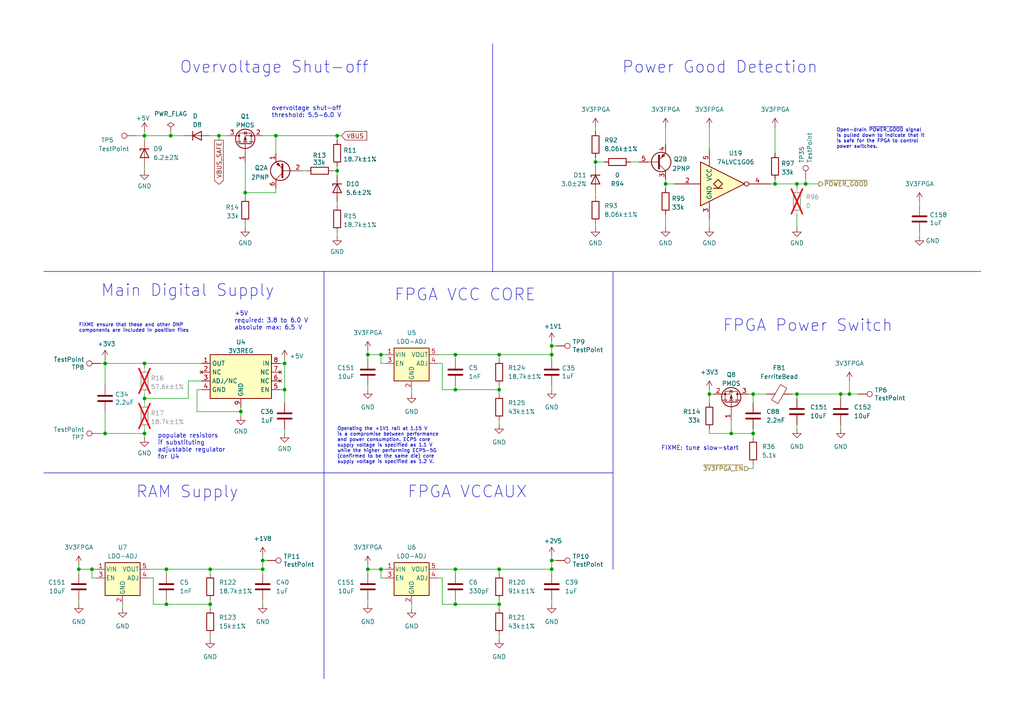
<source format=kicad_sch>
(kicad_sch (version 20230121) (generator eeschema)
  (paper "A4")
  (title_block (title "URTI Mainboard") (date "${DATE}") (rev "${VERSION}") (company "Copyright 2023 Great Scott Gadgets") (comment 1 "Licensed under the CERN-OHL-P v2"))
  (junction (at 243.84 114.3))
  (junction (at 231.14 114.3))
  (junction (at 41.91 105.41))
  (junction (at 233.68 53.34))
  (junction (at 144.78 102.87))
  (junction (at 212.09 125.73))
  (junction (at 48.26 165.1))
  (junction (at 110.49 102.87))
  (junction (at 76.2 165.1))
  (junction (at 60.96 165.1))
  (junction (at 26.67 165.1))
  (junction (at 132.08 113.03))
  (junction (at 218.44 114.3))
  (junction (at 160.02 100.33))
  (junction (at 160.02 165.1))
  (junction (at 224.79 53.34))
  (junction (at 132.08 175.26))
  (junction (at 49.53 39.37))
  (junction (at 48.26 175.26))
  (junction (at 80.01 39.37))
  (junction (at 144.78 165.1))
  (junction (at 110.49 165.1))
  (junction (at 231.14 53.34))
  (junction (at 246.38 114.3))
  (junction (at 69.85 119.38))
  (junction (at 30.48 105.41))
  (junction (at 63.5 39.37))
  (junction (at 97.79 49.53))
  (junction (at 60.96 175.26))
  (junction (at 160.02 162.56))
  (junction (at 82.55 113.03))
  (junction (at 41.91 115.57))
  (junction (at 132.08 102.87))
  (junction (at 144.78 175.26))
  (junction (at 132.08 165.1))
  (junction (at 71.12 55.88))
  (junction (at 106.68 102.87))
  (junction (at 41.91 39.37))
  (junction (at 30.48 125.73))
  (junction (at 160.02 102.87))
  (junction (at 172.72 46.99))
  (junction (at 82.55 105.41))
  (junction (at 144.78 113.03))
  (junction (at 41.91 125.73))
  (junction (at 106.68 165.1))
  (junction (at 97.79 39.37))
  (junction (at 22.86 165.1))
  (junction (at 218.44 125.73))
  (junction (at 205.74 114.3))
  (junction (at 76.2 162.56))
  (junction (at 193.04 53.34))
  (wire (pts (xy 22.86 166.37) (xy 22.86 165.1)))
  (wire (pts (xy 58.42 113.03) (xy 57.15 113.03)))
  (wire (pts (xy 57.15 119.38) (xy 69.85 119.38)))
  (wire (pts (xy 231.14 53.34) (xy 233.68 53.34)))
  (wire (pts (xy 30.48 105.41) (xy 30.48 111.76)))
  (wire (pts (xy 110.49 165.1) (xy 110.49 167.64)))
  (wire (pts (xy 22.86 173.99) (xy 22.86 175.26)))
  (wire (pts (xy 76.2 173.99) (xy 76.2 175.26)))
  (wire (pts (xy 106.68 101.6) (xy 106.68 102.87)))
  (wire (pts (xy 71.12 55.88) (xy 71.12 57.15)))
  (wire (pts (xy 111.76 102.87) (xy 110.49 102.87)))
  (wire (pts (xy 193.04 36.83) (xy 193.04 41.91)))
  (wire (pts (xy 144.78 175.26) (xy 144.78 176.53)))
  (wire (pts (xy 60.96 175.26) (xy 60.96 176.53)))
  (wire (pts (xy 106.68 165.1) (xy 110.49 165.1)))
  (wire (pts (xy 193.04 52.07) (xy 193.04 53.34)))
  (wire (pts (xy 41.91 125.73) (xy 41.91 127)))
  (wire (pts (xy 160.02 111.76) (xy 160.02 113.03)))
  (wire (pts (xy 41.91 115.57) (xy 54.61 115.57)))
  (wire (pts (xy 160.02 100.33) (xy 160.02 102.87)))
  (wire (pts (xy 82.55 113.03) (xy 82.55 105.41)))
  (wire (pts (xy 106.68 173.99) (xy 106.68 175.26)))
  (wire (pts (xy 82.55 124.46) (xy 82.55 125.73)))
  (wire (pts (xy 106.68 102.87) (xy 110.49 102.87)))
  (wire (pts (xy 160.02 104.14) (xy 160.02 102.87)))
  (wire (pts (xy 212.09 125.73) (xy 218.44 125.73)))
  (wire (pts (xy 172.72 46.99) (xy 172.72 48.26)))
  (wire (pts (xy 218.44 116.84) (xy 218.44 114.3)))
  (wire (pts (xy 44.45 167.64) (xy 44.45 175.26)))
  (wire (pts (xy 160.02 99.06) (xy 160.02 100.33)))
  (wire (pts (xy 224.79 36.83) (xy 224.79 44.45)))
  (wire (pts (xy 266.7 58.42) (xy 266.7 59.69)))
  (wire (pts (xy 60.96 39.37) (xy 63.5 39.37)))
  (wire (pts (xy 106.68 104.14) (xy 106.68 102.87)))
  (wire (pts (xy 193.04 62.23) (xy 193.04 66.04)))
  (wire (pts (xy 71.12 66.04) (xy 71.12 64.77)))
  (wire (pts (xy 160.02 162.56) (xy 160.02 165.1)))
  (wire (pts (xy 76.2 39.37) (xy 80.01 39.37)))
  (wire (pts (xy 172.72 46.99) (xy 175.26 46.99)))
  (wire (pts (xy 97.79 49.53) (xy 97.79 50.8)))
  (polyline (pts (xy 93.98 78.74) (xy 93.98 196.85)))
  (wire (pts (xy 60.96 165.1) (xy 60.96 166.37)))
  (wire (pts (xy 66.04 39.37) (xy 63.5 39.37)))
  (wire (pts (xy 41.91 40.64) (xy 41.91 39.37)))
  (wire (pts (xy 161.29 100.33) (xy 160.02 100.33)))
  (wire (pts (xy 110.49 102.87) (xy 110.49 105.41)))
  (wire (pts (xy 110.49 105.41) (xy 111.76 105.41)))
  (wire (pts (xy 132.08 113.03) (xy 144.78 113.03)))
  (wire (pts (xy 71.12 46.99) (xy 71.12 55.88)))
  (wire (pts (xy 97.79 67.31) (xy 97.79 68.58)))
  (wire (pts (xy 132.08 165.1) (xy 132.08 166.37)))
  (wire (pts (xy 144.78 102.87) (xy 144.78 104.14)))
  (wire (pts (xy 144.78 113.03) (xy 144.78 111.76)))
  (wire (pts (xy 48.26 173.99) (xy 48.26 175.26)))
  (wire (pts (xy 43.18 167.64) (xy 44.45 167.64)))
  (wire (pts (xy 217.17 135.89) (xy 218.44 135.89)))
  (wire (pts (xy 172.72 36.83) (xy 172.72 38.1)))
  (wire (pts (xy 233.68 53.34) (xy 237.49 53.34)))
  (wire (pts (xy 106.68 111.76) (xy 106.68 113.03)))
  (wire (pts (xy 127 165.1) (xy 132.08 165.1)))
  (wire (pts (xy 97.79 39.37) (xy 97.79 40.64)))
  (wire (pts (xy 49.53 38.1) (xy 49.53 39.37)))
  (wire (pts (xy 41.91 114.3) (xy 41.91 115.57)))
  (wire (pts (xy 218.44 125.73) (xy 218.44 127)))
  (wire (pts (xy 231.14 54.61) (xy 231.14 53.34)))
  (wire (pts (xy 41.91 38.1) (xy 41.91 39.37)))
  (wire (pts (xy 43.18 165.1) (xy 48.26 165.1)))
  (wire (pts (xy 57.15 113.03) (xy 57.15 119.38)))
  (wire (pts (xy 212.09 121.92) (xy 212.09 125.73)))
  (wire (pts (xy 128.27 113.03) (xy 132.08 113.03)))
  (wire (pts (xy 144.78 102.87) (xy 160.02 102.87)))
  (wire (pts (xy 193.04 53.34) (xy 193.04 54.61)))
  (wire (pts (xy 69.85 119.38) (xy 69.85 120.65)))
  (wire (pts (xy 49.53 39.37) (xy 41.91 39.37)))
  (polyline (pts (xy 12.7 78.74) (xy 284.48 78.74)))
  (wire (pts (xy 44.45 175.26) (xy 48.26 175.26)))
  (wire (pts (xy 205.74 36.83) (xy 205.74 43.18)))
  (wire (pts (xy 22.86 165.1) (xy 26.67 165.1)))
  (wire (pts (xy 223.52 53.34) (xy 224.79 53.34)))
  (wire (pts (xy 243.84 114.3) (xy 246.38 114.3)))
  (wire (pts (xy 172.72 55.88) (xy 172.72 57.15)))
  (wire (pts (xy 41.91 105.41) (xy 58.42 105.41)))
  (wire (pts (xy 233.68 53.34) (xy 233.68 52.07)))
  (wire (pts (xy 106.68 163.83) (xy 106.68 165.1)))
  (wire (pts (xy 71.12 55.88) (xy 80.01 55.88)))
  (wire (pts (xy 144.78 165.1) (xy 144.78 166.37)))
  (wire (pts (xy 127 102.87) (xy 132.08 102.87)))
  (wire (pts (xy 144.78 165.1) (xy 160.02 165.1)))
  (wire (pts (xy 99.06 39.37) (xy 97.79 39.37)))
  (wire (pts (xy 22.86 163.83) (xy 22.86 165.1)))
  (wire (pts (xy 97.79 58.42) (xy 97.79 59.69)))
  (wire (pts (xy 127 167.64) (xy 128.27 167.64)))
  (wire (pts (xy 54.61 115.57) (xy 54.61 110.49)))
  (wire (pts (xy 53.34 39.37) (xy 49.53 39.37)))
  (wire (pts (xy 243.84 123.19) (xy 243.84 124.46)))
  (wire (pts (xy 60.96 165.1) (xy 76.2 165.1)))
  (polyline (pts (xy 93.98 137.16) (xy 177.8 137.16)))
  (wire (pts (xy 119.38 113.03) (xy 119.38 114.3)))
  (wire (pts (xy 76.2 161.29) (xy 76.2 162.56)))
  (wire (pts (xy 80.01 54.61) (xy 80.01 55.88)))
  (wire (pts (xy 97.79 49.53) (xy 97.79 48.26)))
  (wire (pts (xy 60.96 184.15) (xy 60.96 185.42)))
  (wire (pts (xy 26.67 167.64) (xy 27.94 167.64)))
  (polyline (pts (xy 93.98 137.16) (xy 12.7 137.16)))
  (wire (pts (xy 218.44 114.3) (xy 222.25 114.3)))
  (wire (pts (xy 35.56 175.26) (xy 35.56 176.53)))
  (wire (pts (xy 144.78 175.26) (xy 144.78 173.99)))
  (wire (pts (xy 144.78 184.15) (xy 144.78 185.42)))
  (wire (pts (xy 82.55 105.41) (xy 81.28 105.41)))
  (wire (pts (xy 132.08 175.26) (xy 144.78 175.26)))
  (wire (pts (xy 48.26 175.26) (xy 60.96 175.26)))
  (polyline (pts (xy 142.875 78.74) (xy 142.875 12.7)))
  (wire (pts (xy 39.37 39.37) (xy 41.91 39.37)))
  (wire (pts (xy 41.91 115.57) (xy 41.91 116.84)))
  (wire (pts (xy 132.08 165.1) (xy 144.78 165.1)))
  (wire (pts (xy 111.76 165.1) (xy 110.49 165.1)))
  (wire (pts (xy 110.49 167.64) (xy 111.76 167.64)))
  (wire (pts (xy 231.14 114.3) (xy 231.14 115.57)))
  (polyline (pts (xy 177.8 78.74) (xy 177.8 165.1)))
  (wire (pts (xy 87.63 49.53) (xy 88.9 49.53)))
  (wire (pts (xy 63.5 39.37) (xy 63.5 40.64)))
  (wire (pts (xy 160.02 166.37) (xy 160.02 165.1)))
  (wire (pts (xy 30.48 105.41) (xy 41.91 105.41)))
  (wire (pts (xy 27.94 165.1) (xy 26.67 165.1)))
  (wire (pts (xy 231.14 123.19) (xy 231.14 124.46)))
  (wire (pts (xy 218.44 114.3) (xy 217.17 114.3)))
  (wire (pts (xy 128.27 105.41) (xy 128.27 113.03)))
  (wire (pts (xy 76.2 166.37) (xy 76.2 165.1)))
  (wire (pts (xy 224.79 52.07) (xy 224.79 53.34)))
  (wire (pts (xy 218.44 134.62) (xy 218.44 135.89)))
  (wire (pts (xy 207.01 114.3) (xy 205.74 114.3)))
  (wire (pts (xy 193.04 53.34) (xy 195.58 53.34)))
  (wire (pts (xy 41.91 125.73) (xy 41.91 124.46)))
  (wire (pts (xy 182.88 46.99) (xy 185.42 46.99)))
  (wire (pts (xy 243.84 114.3) (xy 243.84 115.57)))
  (wire (pts (xy 128.27 175.26) (xy 132.08 175.26)))
  (wire (pts (xy 48.26 165.1) (xy 48.26 166.37)))
  (wire (pts (xy 144.78 121.92) (xy 144.78 123.19)))
  (wire (pts (xy 205.74 63.5) (xy 205.74 66.04)))
  (wire (pts (xy 80.01 39.37) (xy 80.01 44.45)))
  (wire (pts (xy 132.08 102.87) (xy 144.78 102.87)))
  (wire (pts (xy 132.08 111.76) (xy 132.08 113.03)))
  (wire (pts (xy 26.67 165.1) (xy 26.67 167.64)))
  (wire (pts (xy 172.72 64.77) (xy 172.72 66.04)))
  (wire (pts (xy 41.91 48.26) (xy 41.91 49.53)))
  (wire (pts (xy 132.08 173.99) (xy 132.08 175.26)))
  (wire (pts (xy 127 105.41) (xy 128.27 105.41)))
  (wire (pts (xy 231.14 62.23) (xy 231.14 66.04)))
  (wire (pts (xy 205.74 125.73) (xy 212.09 125.73)))
  (wire (pts (xy 30.48 125.73) (xy 30.48 119.38)))
  (wire (pts (xy 205.74 124.46) (xy 205.74 125.73)))
  (wire (pts (xy 48.26 165.1) (xy 60.96 165.1)))
  (wire (pts (xy 77.47 162.56) (xy 76.2 162.56)))
  (wire (pts (xy 246.38 110.49) (xy 246.38 114.3)))
  (wire (pts (xy 97.79 49.53) (xy 96.52 49.53)))
  (wire (pts (xy 224.79 53.34) (xy 231.14 53.34)))
  (wire (pts (xy 81.28 113.03) (xy 82.55 113.03)))
  (wire (pts (xy 30.48 105.41) (xy 30.48 104.14)))
  (wire (pts (xy 144.78 113.03) (xy 144.78 114.3)))
  (wire (pts (xy 161.29 162.56) (xy 160.02 162.56)))
  (wire (pts (xy 119.38 175.26) (xy 119.38 176.53)))
  (wire (pts (xy 246.38 114.3) (xy 248.92 114.3)))
  (wire (pts (xy 41.91 106.68) (xy 41.91 105.41)))
  (wire (pts (xy 60.96 175.26) (xy 60.96 173.99)))
  (wire (pts (xy 205.74 113.03) (xy 205.74 114.3)))
  (wire (pts (xy 80.01 39.37) (xy 97.79 39.37)))
  (wire (pts (xy 82.55 104.14) (xy 82.55 105.41)))
  (wire (pts (xy 106.68 166.37) (xy 106.68 165.1)))
  (wire (pts (xy 132.08 102.87) (xy 132.08 104.14)))
  (wire (pts (xy 128.27 167.64) (xy 128.27 175.26)))
  (wire (pts (xy 160.02 161.29) (xy 160.02 162.56)))
  (wire (pts (xy 29.21 125.73) (xy 30.48 125.73)))
  (wire (pts (xy 69.85 118.11) (xy 69.85 119.38)))
  (wire (pts (xy 231.14 114.3) (xy 243.84 114.3)))
  (wire (pts (xy 205.74 114.3) (xy 205.74 116.84)))
  (wire (pts (xy 30.48 105.41) (xy 29.21 105.41)))
  (wire (pts (xy 82.55 116.84) (xy 82.55 113.03)))
  (wire (pts (xy 218.44 125.73) (xy 218.44 124.46)))
  (wire (pts (xy 76.2 162.56) (xy 76.2 165.1)))
  (wire (pts (xy 30.48 125.73) (xy 41.91 125.73)))
  (wire (pts (xy 229.87 114.3) (xy 231.14 114.3)))
  (wire (pts (xy 54.61 110.49) (xy 58.42 110.49)))
  (wire (pts (xy 172.72 45.72) (xy 172.72 46.99)))
  (wire (pts (xy 266.7 67.31) (xy 266.7 68.58)))
  (wire (pts (xy 160.02 173.99) (xy 160.02 175.26)))
  (text "Open-drain ~{POWER_GOOD} signal\nis pulled down to indicate that it\nis safe for the FPGA to control\npower switches.\n" (at 242.57 43.18 0) (effects (font (size 0.9906 0.9906)) (justify left bottom)))
  (text "FPGA VCC CORE" (at 114.3 87.63 0) (effects (font (size 3.4036 3.4036)) (justify left bottom)))
  (text "Power Good Detection" (at 180.34 21.59 0) (effects (font (size 3.4036 3.4036)) (justify left bottom)))
  (text "FIXME: tune slow-start" (at 191.77 130.81 0) (effects (font (size 1.27 1.27)) (justify left bottom)))
  (text "+5V\nrequired: 3.8 to 6.0 V\nabsolute max: 6.5 V" (at 67.945 95.885 0) (effects (font (size 1.27 1.27)) (justify left bottom)))
  (text "overvoltage shut-off\nthreshold: 5.5-6.0 V" (at 78.74 34.29 0) (effects (font (size 1.27 1.27)) (justify left bottom)))
  (text "FIXME ensure that these and other DNP\ncomponents are included in position files" (at 22.86 96.52 0) (effects (font (size 0.9906 0.9906)) (justify left bottom)))
  (text "FPGA Power Switch" (at 209.55 96.52 0) (effects (font (size 3.4036 3.4036)) (justify left bottom)))
  (text "FPGA VCCAUX" (at 118.11 144.78 0) (effects (font (size 3.4036 3.4036)) (justify left bottom)))
  (text "Main Digital Supply" (at 29.21 86.36 0) (effects (font (size 3.4036 3.4036)) (justify left bottom)))
  (text "Overvoltage Shut-off" (at 52.07 21.59 0) (effects (font (size 3.4036 3.4036)) (justify left bottom)))
  (text "populate resistors\nif substituting\nadjustable regulator\nfor U4" (at 45.72 133.35 0) (effects (font (size 1.27 1.27)) (justify left bottom)))
  (text "RAM Supply" (at 39.37 144.78 0) (effects (font (size 3.4036 3.4036)) (justify left bottom)))
  (text "Operating the +1V1 rail at 1.15 V\nis a compromise between performance\nand power consumption. ECP5 core\nsupply voltage is specified as 1.1 V\nwhile the higher performing ECP5-5G\n(confirmed to be the same die) core\nsupply voltage is specified as 1.2 V.\n" (at 97.79 134.62 0) (effects (font (size 0.9906 0.9906)) (justify left bottom)))
  (global_label "VBUS_SAFE" (shape output) (at 63.5 40.64 270) (property "Intersheetrefs" "${INTERSHEET_REFS}" (effects hide)))
  (global_label "VBUS" (shape input) (at 99.06 39.37 0) (property "Intersheetrefs" "${INTERSHEET_REFS}" (effects hide)))
  (hierarchical_label "~{POWER_GOOD}" (shape output) (at 237.49 53.34 0))
  (hierarchical_label "~{3V3FPGA_EN}" (shape input) (at 217.17 135.89 180))
  (symbol (lib_id "Device:C") (at 160.02 170.18 0) (unit 1)
    (property "Reference" "C39" (at 163.83 168.91 0) (effects (justify left)))
    (property "Value" "1uF" (at 163.83 171.45 0) (effects (justify left)))
    (property "Footprint" "Capacitor_SMD:C_0402_1005Metric" (effects hide))
    (property "Part Number" "CL05A105KP5NNNC" (effects hide))
    (property "Substitution" "any equivalent" (effects hide))
    (property "Description" "CAP CER 1UF 10V X5R 0402" (effects hide))
    (property "Manufacturer" "Samsung" (effects hide))
  )
  (symbol (lib_id "power:+2V5") (at 160.02 161.29 0) (unit 1)
    (property "Reference" "#PWR0102" (effects hide))
    (property "Value" "+2V5" (at 160.401 156.8958 0))
  )
  (symbol (lib_id "Device:C") (at 30.48 115.57 0) (unit 1)
    (property "Reference" "C34" (at 33.401 114.4016 0) (effects (justify left)))
    (property "Value" "2.2uF" (at 33.401 116.713 0) (effects (justify left)))
    (property "Footprint" "Capacitor_SMD:C_0402_1005Metric" (effects hide))
    (property "Description" "CAP CER 2.2UF 10V X5R 0402" (effects hide))
    (property "Manufacturer" "Murata" (effects hide))
    (property "Part Number" "GRM155R61A225KE95D" (effects hide))
    (property "Substitution" "GRM155R61A225*" (effects hide))
  )
  (symbol (lib_id "power:+3V3") (at 30.48 104.14 0) (unit 1)
    (property "Reference" "#PWR090" (effects hide))
    (property "Value" "+3V3" (at 30.861 99.7458 0))
  )
  (symbol (lib_id "Device:C") (at 160.02 107.95 0) (unit 1)
    (property "Reference" "C35" (at 162.941 106.7816 0) (effects (justify left)))
    (property "Value" "1uF" (at 162.941 109.093 0) (effects (justify left)))
    (property "Footprint" "Capacitor_SMD:C_0402_1005Metric" (effects hide))
    (property "Part Number" "CL05A105KP5NNNC" (effects hide))
    (property "Substitution" "any equivalent" (effects hide))
    (property "Description" "CAP CER 1UF 10V X5R 0402" (effects hide))
    (property "Manufacturer" "Samsung" (effects hide))
  )
  (symbol (lib_id "power:+1V1") (at 160.02 99.06 0) (unit 1)
    (property "Reference" "#PWR092" (effects hide))
    (property "Value" "+1V1" (at 160.401 94.6658 0))
  )
  (symbol (lib_id "Connector:TestPoint") (at 29.21 105.41 90) (unit 1) (in_bom no)
    (property "Reference" "TP8" (at 24.4602 106.553 90) (effects (justify left)))
    (property "Value" "TestPoint" (at 24.4602 104.267 90) (effects (justify left)))
    (property "Footprint" "TestPoint:TestPoint_Pad_D1.0mm" (effects hide))
  )
  (symbol (lib_id "Connector:TestPoint") (at 161.29 100.33 270) (unit 1) (in_bom no)
    (property "Reference" "TP9" (at 166.0398 99.187 90) (effects (justify left)))
    (property "Value" "TestPoint" (at 166.0398 101.473 90) (effects (justify left)))
    (property "Footprint" "TestPoint:TestPoint_Pad_D1.0mm" (effects hide))
  )
  (symbol (lib_id "Connector:TestPoint") (at 161.29 162.56 270) (unit 1) (in_bom no)
    (property "Reference" "TP10" (at 166.0398 161.417 90) (effects (justify left)))
    (property "Value" "TestPoint" (at 166.0398 163.703 90) (effects (justify left)))
    (property "Footprint" "TestPoint:TestPoint_Pad_D1.0mm" (effects hide))
  )
  (symbol (lib_id "Device:C") (at 82.55 120.65 0) (mirror y) (unit 1)
    (property "Reference" "C36" (at 77.47 119.38 0))
    (property "Value" "1uF" (at 77.47 121.92 0))
    (property "Footprint" "Capacitor_SMD:C_0402_1005Metric" (effects hide))
    (property "Part Number" "CL05A105KP5NNNC" (effects hide))
    (property "Substitution" "any equivalent" (effects hide))
    (property "Description" "CAP CER 1UF 10V X5R 0402" (effects hide))
    (property "Manufacturer" "Samsung" (effects hide))
  )
  (symbol (lib_id "Regulator_Linear:AP2127K-ADJ") (at 35.56 167.64 0) (unit 1)
    (property "Reference" "U7" (at 35.56 158.75 0))
    (property "Value" "LDO-ADJ" (at 35.56 161.29 0))
    (property "Footprint" "Package_TO_SOT_SMD:SOT-23-5" (effects hide))
    (property "Datasheet" "https://www.diodes.com/assets/Datasheets/AP2127.pdf" (effects hide))
    (property "Description" "IC REG LIN POS ADJ 300MA SOT23-5" (effects hide))
    (property "Manufacturer" "Diodes Inc." (effects hide))
    (property "Part Number" "AP2127K-ADJTRG1" (effects hide))
  )
  (symbol (lib_id "power:GND") (at 35.56 176.53 0) (unit 1)
    (property "Reference" "#PWR0201" (effects hide))
    (property "Value" "GND" (at 35.56 181.61 0))
  )
  (symbol (lib_id "support_hardware:3V3FPGA") (at 172.72 36.83 0) (unit 1)
    (property "Reference" "#PWR0213" (effects hide))
    (property "Value" "3V3FPGA" (at 172.72 31.75 0))
  )
  (symbol (lib_id "Device:R") (at 172.72 60.96 0) (unit 1)
    (property "Reference" "R93" (at 175.26 59.69 0) (effects (justify left)))
    (property "Value" "8.06k±1%" (at 175.26 62.23 0) (effects (justify left)))
    (property "Footprint" "Resistor_SMD:R_0402_1005Metric" (effects hide))
    (property "Description" "RES SMD 8.06K OHM 1% 1/10W 0402" (effects hide))
    (property "Manufacturer" "Panasonic" (effects hide))
    (property "Part Number" "ERJ-2RKF8061X" (effects hide))
    (property "Substitution" "any equivalent" (effects hide))
  )
  (symbol (lib_id "power:GND") (at 144.78 123.19 0) (unit 1)
    (property "Reference" "#PWR0299" (effects hide))
    (property "Value" "GND" (at 144.78 128.27 0))
  )
  (symbol (lib_id "power:GND") (at 266.7 68.58 0) (unit 1)
    (property "Reference" "#PWR0282" (effects hide))
    (property "Value" "GND" (at 270.51 69.85 0))
    (instances (project "mainboard" (path "" (reference "#PWR0282") (unit 1)) (path "" (reference "#PWR0284") (unit 1))))
  )
  (symbol (lib_id "Device:D_Zener") (at 97.79 54.61 90) (mirror x) (unit 1)
    (property "Reference" "D10" (at 100.33 53.34 90) (effects (justify right)))
    (property "Value" "5.6±2%" (at 100.33 55.88 90) (effects (justify right)))
    (property "Footprint" "mainboard:DFN1006-2" (effects hide))
    (property "Datasheet" "https://assets.nexperia.com/documents/data-sheet/BZX884_BC_SER.pdf" (effects hide))
    (property "Manufacturer" "Nexperia" (effects hide))
    (property "Part Number" "BZX884-B5V6,315" (effects hide))
    (property "Description" "DIODE ZENER 5.6V 250MW DFN1006-2" (effects hide))
  )
  (symbol (lib_id "Device:R") (at 60.96 170.18 0) (unit 1)
    (property "Reference" "R122" (at 63.5 168.91 0) (effects (justify left)))
    (property "Value" "18.7k±1%" (at 63.5 171.45 0) (effects (justify left)))
    (property "Footprint" "Resistor_SMD:R_0402_1005Metric" (effects hide))
    (property "Description" "RES SMD 18.7K OHM 1% 1/10W 0402" (effects hide))
    (property "Manufacturer" "Panasonic" (effects hide))
    (property "Part Number" "ERJ-2RKF1872X" (effects hide))
    (property "Substitution" "any equivalent" (effects hide))
  )
  (symbol (lib_id "power:GND") (at 71.12 66.04 0) (mirror y) (unit 1)
    (property "Reference" "#PWR083" (effects hide))
    (property "Value" "GND" (at 71.12 70.4834 0))
  )
  (symbol (lib_id "Regulator_Linear:AP2127K-ADJ") (at 119.38 105.41 0) (unit 1)
    (property "Reference" "U5" (at 119.38 96.52 0))
    (property "Value" "LDO-ADJ" (at 119.38 99.06 0))
    (property "Footprint" "Package_TO_SOT_SMD:SOT-23-5" (effects hide))
    (property "Datasheet" "https://www.diodes.com/assets/Datasheets/AP2127.pdf" (effects hide))
    (property "Description" "IC REG LIN POS ADJ 300MA SOT23-5" (effects hide))
    (property "Manufacturer" "Diodes Inc." (effects hide))
    (property "Part Number" "AP2127K-ADJTRG1" (effects hide))
  )
  (symbol (lib_id "power:GND") (at 41.91 127 0) (unit 1)
    (property "Reference" "#PWR097" (effects hide))
    (property "Value" "GND" (at 41.91 131.4434 0))
  )
  (symbol (lib_id "Device:R") (at 231.14 58.42 180) (unit 1) (dnp yes)
    (property "Reference" "R96" (at 233.68 57.15 0) (effects (justify right)))
    (property "Value" "0" (at 233.68 59.69 0) (effects (justify right)))
    (property "Footprint" "Resistor_SMD:R_0402_1005Metric" (effects hide))
    (property "Part Number" "RC0402FR-070RL" (effects hide))
    (property "Substitution" "any equivalent" (effects hide))
    (property "Description" "RES 0 OHM JUMPER 1/16W 0402" (effects hide))
    (property "Manufacturer" "Yageo" (effects hide))
  )
  (symbol (lib_id "power:GND") (at 119.38 176.53 0) (unit 1)
    (property "Reference" "#PWR0103" (effects hide))
    (property "Value" "GND" (at 119.38 181.61 0))
  )
  (symbol (lib_id "Device:C") (at 106.68 170.18 180) (unit 1)
    (property "Reference" "C151" (at 102.87 168.91 0) (effects (justify left)))
    (property "Value" "10uF" (at 102.87 171.45 0) (effects (justify left)))
    (property "Footprint" "Capacitor_SMD:C_0603_1608Metric" (effects hide))
    (property "Description" "CAP CER 10UF 10V X5R 0603" (effects hide))
    (property "Manufacturer" "Samsung" (effects hide))
    (property "Part Number" "CL10A106KP8NNNC" (effects hide))
    (property "Substitution" "any equivalent" (effects hide))
    (instances (project "mainboard" (path "" (reference "C151") (unit 1)) (path "" (reference "C37") (unit 1))))
  )
  (symbol (lib_id "power:GND") (at 144.78 185.42 0) (unit 1)
    (property "Reference" "#PWR0106" (effects hide))
    (property "Value" "GND" (at 144.78 190.5 0))
  )
  (symbol (lib_id "Connector:TestPoint") (at 77.47 162.56 270) (unit 1) (in_bom no)
    (property "Reference" "TP11" (at 82.2198 161.417 90) (effects (justify left)))
    (property "Value" "TestPoint" (at 82.2198 163.703 90) (effects (justify left)))
    (property "Footprint" "TestPoint:TestPoint_Pad_D1.0mm" (effects hide))
  )
  (symbol (lib_id "support_hardware:3V3FPGA") (at 246.38 110.49 0) (unit 1)
    (property "Reference" "#PWR0317" (effects hide))
    (property "Value" "3V3FPGA" (at 246.38 105.41 0))
  )
  (symbol (lib_id "Device:C") (at 106.68 107.95 0) (unit 1)
    (property "Reference" "C151" (at 102.87 106.68 0) (effects (justify right)))
    (property "Value" "10uF" (at 102.87 109.22 0) (effects (justify right)))
    (property "Footprint" "Capacitor_SMD:C_0603_1608Metric" (effects hide))
    (property "Description" "CAP CER 10UF 10V X5R 0603" (effects hide))
    (property "Manufacturer" "Samsung" (effects hide))
    (property "Part Number" "CL10A106KP8NNNC" (effects hide))
    (property "Substitution" "any equivalent" (effects hide))
    (instances (project "mainboard" (path "" (reference "C151") (unit 1)) (path "" (reference "C33") (unit 1))))
  )
  (symbol (lib_id "Device:C") (at 22.86 170.18 0) (unit 1)
    (property "Reference" "C151" (at 19.05 168.91 0) (effects (justify right)))
    (property "Value" "10uF" (at 19.05 171.45 0) (effects (justify right)))
    (property "Footprint" "Capacitor_SMD:C_0603_1608Metric" (effects hide))
    (property "Description" "CAP CER 10UF 10V X5R 0603" (effects hide))
    (property "Manufacturer" "Samsung" (effects hide))
    (property "Part Number" "CL10A106KP8NNNC" (effects hide))
    (property "Substitution" "any equivalent" (effects hide))
    (instances (project "mainboard" (path "" (reference "C151") (unit 1)) (path "" (reference "C38") (unit 1))))
  )
  (symbol (lib_id "Device:R") (at 205.74 120.65 0) (unit 1)
    (property "Reference" "R114" (at 203.2 119.38 0) (effects (justify right)))
    (property "Value" "33k" (at 203.2 121.92 0) (effects (justify right)))
    (property "Footprint" "Resistor_SMD:R_0402_1005Metric" (effects hide))
    (property "Description" "RES SMD 33K OHM 5% 1/10W 0402" (effects hide))
    (property "Manufacturer" "Panasonic" (effects hide))
    (property "Part Number" "ERJ-2GEJ333X" (effects hide))
    (property "Substitution" "any equivalent" (effects hide))
    (instances (project "mainboard" (path "" (reference "R114") (unit 1)) (path "" (reference "R98") (unit 1)) (path "" (reference "R98") (unit 1))))
  )
  (symbol (lib_id "support_hardware:3V3FPGA") (at 193.04 36.83 0) (unit 1)
    (property "Reference" "#PWR0225" (effects hide))
    (property "Value" "3V3FPGA" (at 193.04 31.75 0))
  )
  (symbol (lib_id "power:GND") (at 41.91 49.53 0) (mirror y) (unit 1)
    (property "Reference" "#PWR077" (effects hide))
    (property "Value" "GND" (at 41.91 53.9734 0))
  )
  (symbol (lib_id "Device:C") (at 266.7 63.5 0) (unit 1)
    (property "Reference" "C158" (at 269.621 62.3316 0) (effects (justify left)))
    (property "Value" "1uF" (at 269.621 64.643 0) (effects (justify left)))
    (property "Footprint" "Capacitor_SMD:C_0402_1005Metric" (effects hide))
    (property "Part Number" "CL05A105KP5NNNC" (effects hide))
    (property "Substitution" "any equivalent" (effects hide))
    (property "Description" "CAP CER 1UF 10V X5R 0402" (effects hide))
    (property "Manufacturer" "Samsung" (effects hide))
    (instances (project "mainboard" (path "" (reference "C158") (unit 1)) (path "" (reference "C159") (unit 1))))
  )
  (symbol (lib_id "support_hardware:3V3FPGA") (at 106.68 101.6 0) (unit 1)
    (property "Reference" "#PWR0100" (effects hide))
    (property "Value" "3V3FPGA" (at 106.68 96.52 0))
  )
  (symbol (lib_id "power:GND") (at 106.68 175.26 0) (unit 1)
    (property "Reference" "#PWR0182" (effects hide))
    (property "Value" "GND" (at 106.68 180.34 0))
  )
  (symbol (lib_id "Device:FerriteBead") (at 226.06 114.3 90) (unit 1)
    (property "Reference" "FB1" (at 226.0092 106.68 90))
    (property "Value" "FerriteBead" (at 226.0092 109.22 90))
    (property "Footprint" "Inductor_SMD:L_0603_1608Metric" (effects hide))
    (property "Datasheet" "https://datasheet.lcsc.com/lcsc/2009171410_TAI-TECH-HCB1608KF-102T10_C304312.pdf" (effects hide))
    (property "Description" "1kΩ@100MHz 200mΩ ±25% 0603 Ferrite Bead" (effects hide))
    (property "Manufacturer" "TAI-TECH" (effects hide))
    (property "Part Number" "HCB1608KF-102T10" (effects hide))
    (property "Substitution" "Murata BLM18KG102SN1*" (effects hide))
    (instances (project "mainboard" (path "" (reference "FB1") (unit 1)) (path "" (reference "FB1") (unit 1)) (path "" (reference "FB4") (unit 1))))
  )
  (symbol (lib_id "power:GND") (at 106.68 113.03 0) (unit 1)
    (property "Reference" "#PWR0107" (effects hide))
    (property "Value" "GND" (at 106.68 118.11 0))
  )
  (symbol (lib_id "Device:C") (at 243.84 119.38 0) (unit 1)
    (property "Reference" "C152" (at 247.65 118.11 0) (effects (justify left)))
    (property "Value" "10uF" (at 247.65 120.65 0) (effects (justify left)))
    (property "Footprint" "Capacitor_SMD:C_0603_1608Metric" (effects hide))
    (property "Description" "CAP CER 10UF 10V X5R 0603" (effects hide))
    (property "Manufacturer" "Samsung" (effects hide))
    (property "Part Number" "CL10A106KP8NNNC" (effects hide))
    (property "Substitution" "any equivalent" (effects hide))
    (instances (project "mainboard" (path "" (reference "C152") (unit 1)) (path "" (reference "C152") (unit 1)) (path "" (reference "C199") (unit 1))))
  )
  (symbol (lib_id "support_hardware:3V3FPGA") (at 106.68 163.83 0) (unit 1)
    (property "Reference" "#PWR0316" (effects hide))
    (property "Value" "3V3FPGA" (at 106.68 158.75 0))
  )
  (symbol (lib_id "Device:C") (at 132.08 107.95 0) (unit 1)
    (property "Reference" "C5" (at 135.89 106.68 0) (effects (justify left)))
    (property "Value" "1nF" (at 135.89 109.22 0) (effects (justify left)))
    (property "Footprint" "Capacitor_SMD:C_0201_0603Metric" (effects hide))
    (property "Part Number" "GRM033R71E102KA01D" (effects hide))
    (property "Substitution" "GRM033R71E102KA01*" (effects hide))
    (property "Description" "CAP CER 1000PF 25V X7R 0201" (effects hide))
    (property "Manufacturer" "Murata" (effects hide))
    (instances (project "mainboard" (path "" (reference "C5") (unit 1)) (path "" (reference "C59") (unit 1))))
  )
  (symbol (lib_id "Device:Q_PMOS_GSD") (at 212.09 116.84 270) (mirror x) (unit 1)
    (property "Reference" "Q8" (at 212.09 108.6952 90))
    (property "Value" "PMOS" (at 212.09 111.2321 90))
    (property "Footprint" "Package_TO_SOT_SMD:SOT-23-3" (effects hide))
    (property "Datasheet" "https://www.21yangjie.com/pdf/mosfet/YJL3401A.pdf" (effects hide))
    (property "Manufacturer" "Yangzhou Yangjie" (effects hide))
    (property "Part Number" "YJL3401A" (effects hide))
    (property "Description" "P-CH MOSFET 30V 4.4A SOT-23-3L" (effects hide))
    (property "Substitution" "Alpha & Omega AO3401A" (effects hide))
    (instances (project "mainboard" (path "" (reference "Q8") (unit 1)) (path "" (reference "Q3") (unit 1)) (path "" (reference "Q3") (unit 1))))
  )
  (symbol (lib_id "power:GND") (at 76.2 175.26 0) (unit 1)
    (property "Reference" "#PWR0298" (effects hide))
    (property "Value" "GND" (at 76.2 180.34 0))
  )
  (symbol (lib_id "Regulator_Linear:AP2127K-ADJ") (at 119.38 167.64 0) (unit 1)
    (property "Reference" "U6" (at 119.38 158.75 0))
    (property "Value" "LDO-ADJ" (at 119.38 161.29 0))
    (property "Footprint" "Package_TO_SOT_SMD:SOT-23-5" (effects hide))
    (property "Datasheet" "https://www.diodes.com/assets/Datasheets/AP2127.pdf" (effects hide))
    (property "Description" "IC REG LIN POS ADJ 300MA SOT23-5" (effects hide))
    (property "Manufacturer" "Diodes Inc." (effects hide))
    (property "Part Number" "AP2127K-ADJTRG1" (effects hide))
  )
  (symbol (lib_id "Device:R") (at 97.79 44.45 0) (unit 1)
    (property "Reference" "R11" (at 99.568 43.6153 0) (effects (justify left)))
    (property "Value" "18.7k±1%" (at 99.568 46.1522 0) (effects (justify left)))
    (property "Footprint" "Resistor_SMD:R_0402_1005Metric" (effects hide))
    (property "Description" "RES SMD 18.7K OHM 1% 1/10W 0402" (effects hide))
    (property "Manufacturer" "Panasonic" (effects hide))
    (property "Part Number" "ERJ-2RKF1872X" (effects hide))
    (property "Substitution" "any equivalent" (effects hide))
  )
  (symbol (lib_id "power:GND") (at 60.96 185.42 0) (unit 1)
    (property "Reference" "#PWR098" (effects hide))
    (property "Value" "GND" (at 60.96 190.5 0))
  )
  (symbol (lib_id "support_hardware:3V3FPGA") (at 224.79 36.83 0) (unit 1)
    (property "Reference" "#PWR0274" (effects hide))
    (property "Value" "3V3FPGA" (at 224.79 31.75 0))
  )
  (symbol (lib_id "Device:R") (at 144.78 107.95 0) (unit 1)
    (property "Reference" "R124" (at 147.32 106.68 0) (effects (justify left)))
    (property "Value" "18.7k±1%" (at 147.32 109.22 0) (effects (justify left)))
    (property "Footprint" "Resistor_SMD:R_0402_1005Metric" (effects hide))
    (property "Description" "RES SMD 18.7K OHM 1% 1/10W 0402" (effects hide))
    (property "Manufacturer" "Panasonic" (effects hide))
    (property "Part Number" "ERJ-2RKF1872X" (effects hide))
    (property "Substitution" "any equivalent" (effects hide))
  )
  (symbol (lib_name "GND_2") (lib_id "power:GND") (at 231.14 124.46 0) (unit 1)
    (property "Reference" "#PWR0190" (effects hide))
    (property "Value" "GND" (at 231.14 129.54 0))
    (instances (project "mainboard" (path "" (reference "#PWR0190") (unit 1)) (path "" (reference "#PWR0276") (unit 1)) (path "" (reference "#PWR0277") (unit 1)) (path "" (reference "#PWR0314") (unit 1))))
  )
  (symbol (lib_id "support_hardware:3V3FPGA") (at 22.86 163.83 0) (unit 1)
    (property "Reference" "#PWR0105" (effects hide))
    (property "Value" "3V3FPGA" (at 22.86 158.75 0))
  )
  (symbol (lib_id "Device:R") (at 224.79 48.26 0) (unit 1)
    (property "Reference" "R97" (at 226.568 47.4253 0) (effects (justify left)))
    (property "Value" "33k" (at 226.568 49.9622 0) (effects (justify left)))
    (property "Footprint" "Resistor_SMD:R_0402_1005Metric" (effects hide))
    (property "Description" "RES SMD 33K OHM 5% 1/10W 0402" (effects hide))
    (property "Manufacturer" "Panasonic" (effects hide))
    (property "Part Number" "ERJ-2GEJ333X" (effects hide))
    (property "Substitution" "any equivalent" (effects hide))
  )
  (symbol (lib_id "Device:C") (at 76.2 170.18 0) (unit 1)
    (property "Reference" "C40" (at 80.01 168.91 0) (effects (justify left)))
    (property "Value" "1uF" (at 80.01 171.45 0) (effects (justify left)))
    (property "Footprint" "Capacitor_SMD:C_0402_1005Metric" (effects hide))
    (property "Part Number" "CL05A105KP5NNNC" (effects hide))
    (property "Substitution" "any equivalent" (effects hide))
    (property "Description" "CAP CER 1UF 10V X5R 0402" (effects hide))
    (property "Manufacturer" "Samsung" (effects hide))
  )
  (symbol (lib_id "Device:Q_Dual_PNP_PNP_E1B1C2E2B2C1") (at 82.55 49.53 180) (unit 1)
    (property "Reference" "Q2" (at 77.6986 48.6953 0) (effects (justify left)))
    (property "Value" "2PNP" (at 78.105 51.435 0) (effects (justify left)))
    (property "Footprint" "Package_TO_SOT_SMD:SOT-363_SC-70-6" (effects hide))
    (property "Datasheet" "https://www.21yangjie.com/pdf/xxh/xxhsjg/BC857BS.pdf" (effects hide))
    (property "Manufacturer" "Yangzhou Yangjie" (effects hide))
    (property "Part Number" "BC857BS" (effects hide))
    (property "Description" "PNP+PNP TRANS 45V 0.2A SOT-363" (effects hide))
  )
  (symbol (lib_id "Device:R") (at 92.71 49.53 90) (unit 1)
    (property "Reference" "R13" (at 94.615 45.085 90) (effects (justify left)))
    (property "Value" "33k" (at 94.4122 47.117 90) (effects (justify left)))
    (property "Footprint" "Resistor_SMD:R_0402_1005Metric" (effects hide))
    (property "Part Number" "ERJ-2GEJ333X" (effects hide))
    (property "Substitution" "any equivalent" (effects hide))
    (property "Description" "RES SMD 33K OHM 5% 1/10W 0402" (effects hide))
    (property "Manufacturer" "Panasonic" (effects hide))
  )
  (symbol (lib_id "support_hardware:AP7361EA-XXFGE-7") (at 69.85 109.22 0) (unit 1)
    (property "Reference" "U4" (at 69.85 99.221 0))
    (property "Value" "3V3REG" (at 69.85 101.7579 0))
    (property "Footprint" "Package_DFN_QFN:DFN-8-1EP_3x3mm_P0.65mm_EP1.55x2.4mm" (effects hide))
    (property "Datasheet" "https://www.diodes.com/assets/Datasheets/AP7361EA.pdf" (effects hide))
    (property "Manufacturer" "Diodes Inc." (effects hide))
    (property "Part Number" "AP7361EA-33FGE-7" (effects hide))
    (property "Description" "LDO CMOS HICURR U-DFN3030-8" (effects hide))
    (property "Substitution" "AP7361C-33FGE-7" (effects hide))
  )
  (symbol (lib_id "Connector:TestPoint") (at 233.68 52.07 0) (unit 1) (in_bom no)
    (property "Reference" "TP35" (at 232.537 47.3202 90) (effects (justify left)))
    (property "Value" "TestPoint" (at 234.823 47.3202 90) (effects (justify left)))
    (property "Footprint" "TestPoint:TestPoint_Pad_D1.0mm" (effects hide))
  )
  (symbol (lib_id "Device:Q_PMOS_GSD") (at 71.12 41.91 90) (unit 1)
    (property "Reference" "Q1" (at 71.12 33.7652 90))
    (property "Value" "PMOS" (at 71.12 36.3021 90))
    (property "Footprint" "Package_TO_SOT_SMD:SOT-23-3" (effects hide))
    (property "Datasheet" "https://www.21yangjie.com/style/pdf/low-voltage-mosfet/YJL3401A.pdf" (effects hide))
    (property "Manufacturer" "Yangzhou Yangjie" (effects hide))
    (property "Part Number" "YJL3401A" (effects hide))
    (property "Description" "P-CH MOSFET 30V 4.4A SOT-23-3L" (effects hide))
    (property "Substitution" "Alpha & Omega AO3401A" (effects hide))
  )
  (symbol (lib_id "Device:C") (at 132.08 170.18 0) (unit 1)
    (property "Reference" "C6" (at 135.89 168.91 0) (effects (justify left)))
    (property "Value" "330pF" (at 135.89 171.45 0) (effects (justify left)))
    (property "Footprint" "Capacitor_SMD:C_0201_0603Metric" (effects hide))
    (property "Part Number" "GRM0335C1E331JA01D" (effects hide))
    (property "Substitution" "GRM0335C1E331JA01*" (effects hide))
    (property "Description" "CAP CER 330PF 25V C0G/NP0 0201" (effects hide))
    (property "Manufacturer" "Murata" (effects hide))
    (instances (project "mainboard" (path "" (reference "C6") (unit 1)) (path "" (reference "C57") (unit 1))))
  )
  (symbol (lib_id "Device:D") (at 57.15 39.37 0) (mirror x) (unit 1)
    (property "Reference" "D8" (at 55.88 36.1919 0) (effects (justify left)))
    (property "Value" "D" (at 55.88 33.655 0) (effects (justify left)))
    (property "Footprint" "mainboard:D_SOD-123FL" (effects hide))
    (property "Datasheet" "https://www.21yangjie.com/pdf/zlqj/ckfhejg/U1A%20THRU%20U1J.pdf" (effects hide))
    (property "Manufacturer" "Yangzhou Yangjie" (effects hide))
    (property "Part Number" "U1D" (effects hide))
    (property "Description" "SOD-123FL 200V 1.0A  Diodes Rec" (effects hide))
  )
  (symbol (lib_id "Connector:TestPoint") (at 29.21 125.73 90) (unit 1) (in_bom no)
    (property "Reference" "TP7" (at 24.4602 126.873 90) (effects (justify left)))
    (property "Value" "TestPoint" (at 24.4602 124.587 90) (effects (justify left)))
    (property "Footprint" "TestPoint:TestPoint_Pad_D1.0mm" (effects hide))
  )
  (symbol (lib_id "Device:Q_Dual_PNP_PNP_E1B1C2E2B2C1") (at 190.5 46.99 0) (mirror x) (unit 2)
    (property "Reference" "Q2" (at 195.3514 46.1553 0) (effects (justify left)))
    (property "Value" "2PNP" (at 194.945 48.895 0) (effects (justify left)))
    (property "Footprint" "Package_TO_SOT_SMD:SOT-363_SC-70-6" (effects hide))
    (property "Datasheet" "https://www.21yangjie.com/pdf/xxh/xxhsjg/BC857BS.pdf" (effects hide))
    (property "Manufacturer" "Yangzhou Yangjie" (effects hide))
    (property "Part Number" "BC857BS" (effects hide))
    (property "Description" "PNP+PNP TRANS 45V 0.2A SOT-363" (effects hide))
  )
  (symbol (lib_id "power:+5V") (at 82.55 104.14 0) (unit 1)
    (property "Reference" "#PWR091" (effects hide))
    (property "Value" "+5V" (at 83.947 103.3038 0) (effects (justify left)))
  )
  (symbol (lib_id "Device:R") (at 144.78 118.11 0) (unit 1)
    (property "Reference" "R125" (at 147.32 116.84 0) (effects (justify left)))
    (property "Value" "43k±1%" (at 147.32 119.38 0) (effects (justify left)))
    (property "Footprint" "Resistor_SMD:R_0402_1005Metric" (effects hide))
    (property "Part Number" "RC0402FR-0743KL" (effects hide))
    (property "Substitution" "any equivalent" (effects hide))
    (property "Description" "RES 43K OHM 1% 1/16W 0402" (effects hide))
    (property "Manufacturer" "Yageo" (effects hide))
  )
  (symbol (lib_id "power:PWR_FLAG") (at 49.53 38.1 0) (unit 1)
    (property "Reference" "#FLG01" (effects hide))
    (property "Value" "PWR_FLAG" (at 49.53 33.02 0))
  )
  (symbol (lib_id "power:GND") (at 82.55 125.73 0) (unit 1)
    (property "Reference" "#PWR096" (effects hide))
    (property "Value" "GND" (at 82.55 130.1734 0))
  )
  (symbol (lib_name "GND_2") (lib_id "power:GND") (at 243.84 124.46 0) (unit 1)
    (property "Reference" "#PWR0190" (effects hide))
    (property "Value" "GND" (at 243.84 129.54 0))
    (instances (project "mainboard" (path "" (reference "#PWR0190") (unit 1)) (path "" (reference "#PWR0277") (unit 1)) (path "" (reference "#PWR0278") (unit 1)) (path "" (reference "#PWR0315") (unit 1))))
  )
  (symbol (lib_id "Device:D_Zener") (at 172.72 52.07 90) (mirror x) (unit 1)
    (property "Reference" "D11" (at 170.18 50.8 90) (effects (justify left)))
    (property "Value" "3.0±2%" (at 170.18 53.34 90) (effects (justify left)))
    (property "Footprint" "mainboard:DFN1006-2" (effects hide))
    (property "Datasheet" "https://assets.nexperia.com/documents/data-sheet/BZX884_BC_SER.pdf" (effects hide))
    (property "Manufacturer" "Nexperia" (effects hide))
    (property "Part Number" "BZX884-B3V0,315" (effects hide))
    (property "Description" "DIODE ZENER 3V 250MW DFN1006-2" (effects hide))
  )
  (symbol (lib_id "power:GND") (at 205.74 66.04 0) (mirror y) (unit 1)
    (property "Reference" "#PWR0271" (effects hide))
    (property "Value" "GND" (at 205.74 70.4834 0))
  )
  (symbol (lib_id "power:GND") (at 160.02 113.03 0) (unit 1)
    (property "Reference" "#PWR0301" (effects hide))
    (property "Value" "GND" (at 160.02 118.11 0))
  )
  (symbol (lib_id "Device:R") (at 193.04 58.42 0) (unit 1)
    (property "Reference" "R95" (at 194.818 57.5853 0) (effects (justify left)))
    (property "Value" "33k" (at 194.818 60.1222 0) (effects (justify left)))
    (property "Footprint" "Resistor_SMD:R_0402_1005Metric" (effects hide))
    (property "Description" "RES SMD 33K OHM 5% 1/10W 0402" (effects hide))
    (property "Manufacturer" "Panasonic" (effects hide))
    (property "Part Number" "ERJ-2GEJ333X" (effects hide))
    (property "Substitution" "any equivalent" (effects hide))
  )
  (symbol (lib_id "Device:R") (at 60.96 180.34 0) (unit 1)
    (property "Reference" "R123" (at 63.5 179.07 0) (effects (justify left)))
    (property "Value" "15k±1%" (at 63.5 181.61 0) (effects (justify left)))
    (property "Footprint" "Resistor_SMD:R_0402_1005Metric" (effects hide))
    (property "Part Number" "RC0402FR-0715KL" (effects hide))
    (property "Substitution" "any equivalent" (effects hide))
    (property "Description" "RES 15K OHM 1% 1/16W 0402" (effects hide))
    (property "Manufacturer" "Yageo" (effects hide))
  )
  (symbol (lib_id "power:GND") (at 231.14 66.04 0) (mirror y) (unit 1)
    (property "Reference" "#PWR0272" (effects hide))
    (property "Value" "GND" (at 231.14 70.4834 0))
  )
  (symbol (lib_id "power:GND") (at 97.79 68.58 0) (mirror y) (unit 1)
    (property "Reference" "#PWR087" (effects hide))
    (property "Value" "GND" (at 97.79 73.0234 0))
  )
  (symbol (lib_id "Device:R") (at 71.12 60.96 0) (mirror y) (unit 1)
    (property "Reference" "R14" (at 69.342 60.1253 0) (effects (justify left)))
    (property "Value" "33k" (at 69.342 62.6622 0) (effects (justify left)))
    (property "Footprint" "Resistor_SMD:R_0402_1005Metric" (effects hide))
    (property "Description" "RES SMD 33K OHM 5% 1/10W 0402" (effects hide))
    (property "Manufacturer" "Panasonic" (effects hide))
    (property "Part Number" "ERJ-2GEJ333X" (effects hide))
    (property "Substitution" "any equivalent" (effects hide))
  )
  (symbol (lib_id "Connector:TestPoint") (at 39.37 39.37 90) (mirror x) (unit 1) (in_bom no)
    (property "Reference" "TP5" (at 31.115 40.64 90))
    (property "Value" "TestPoint" (at 33.02 43.18 90))
    (property "Footprint" "TestPoint:TestPoint_Pad_D1.0mm" (effects hide))
  )
  (symbol (lib_id "Device:R") (at 172.72 41.91 0) (unit 1)
    (property "Reference" "R92" (at 175.26 40.64 0) (effects (justify left)))
    (property "Value" "8.06k±1%" (at 175.26 43.18 0) (effects (justify left)))
    (property "Footprint" "Resistor_SMD:R_0402_1005Metric" (effects hide))
    (property "Part Number" "ERJ-2RKF8061X" (effects hide))
    (property "Substitution" "any equivalent" (effects hide))
    (property "Description" "RES SMD 8.06K OHM 1% 1/10W 0402" (effects hide))
    (property "Manufacturer" "Panasonic" (effects hide))
  )
  (symbol (lib_id "power:GND") (at 193.04 66.04 0) (mirror y) (unit 1)
    (property "Reference" "#PWR0273" (effects hide))
    (property "Value" "GND" (at 193.04 70.4834 0))
  )
  (symbol (lib_id "Device:C") (at 48.26 170.18 0) (unit 1)
    (property "Reference" "C5" (at 52.07 168.91 0) (effects (justify left)))
    (property "Value" "1nF" (at 52.07 171.45 0) (effects (justify left)))
    (property "Footprint" "Capacitor_SMD:C_0201_0603Metric" (effects hide))
    (property "Part Number" "GRM033R71E102KA01D" (effects hide))
    (property "Substitution" "GRM033R71E102KA01*" (effects hide))
    (property "Description" "CAP CER 1000PF 25V X7R 0201" (effects hide))
    (property "Manufacturer" "Murata" (effects hide))
    (instances (project "mainboard" (path "" (reference "C5") (unit 1)) (path "" (reference "C58") (unit 1))))
  )
  (symbol (lib_id "power:GND") (at 22.86 175.26 0) (unit 1)
    (property "Reference" "#PWR0199" (effects hide))
    (property "Value" "GND" (at 22.86 180.34 0))
  )
  (symbol (lib_id "Device:R") (at 179.07 46.99 270) (mirror x) (unit 1)
    (property "Reference" "R94" (at 179.07 53.34 90))
    (property "Value" "0" (at 179.07 50.8 90))
    (property "Footprint" "Resistor_SMD:R_0402_1005Metric" (effects hide))
    (property "Part Number" "RC0402FR-070RL" (effects hide))
    (property "Substitution" "any equivalent" (effects hide))
    (property "Description" "RES 0 OHM JUMPER 1/16W 0402" (effects hide))
    (property "Manufacturer" "Yageo" (effects hide))
  )
  (symbol (lib_id "power:+3V3") (at 205.74 113.03 0) (unit 1)
    (property "Reference" "#PWR0313" (effects hide))
    (property "Value" "+3V3" (at 205.74 107.95 0))
  )
  (symbol (lib_id "Device:R") (at 218.44 130.81 0) (mirror y) (unit 1)
    (property "Reference" "R36" (at 220.98 129.54 0) (effects (justify right)))
    (property "Value" "5.1k" (at 220.98 132.08 0) (effects (justify right)))
    (property "Footprint" "Resistor_SMD:R_0402_1005Metric" (effects hide))
    (property "Part Number" "RC0402JR-075K1L" (effects hide))
    (property "Substitution" "any equivalent" (effects hide))
    (property "Description" "RES 5.1K OHM 5% 1/16W 0402" (effects hide))
    (property "Manufacturer" "Yageo" (effects hide))
    (instances (project "mainboard" (path "" (reference "R36") (unit 1)) (path "" (reference "R99") (unit 1)) (path "" (reference "R100") (unit 1)) (path "" (reference "R116") (unit 1))))
  )
  (symbol (lib_id "power:GND") (at 119.38 114.3 0) (unit 1)
    (property "Reference" "#PWR0297" (effects hide))
    (property "Value" "GND" (at 119.38 119.38 0))
  )
  (symbol (lib_id "power:+1V8") (at 76.2 161.29 0) (unit 1)
    (property "Reference" "#PWR0108" (effects hide))
    (property "Value" "+1V8" (at 76.2 156.21 0))
    (instances (project "mainboard" (path "" (reference "#PWR0108") (unit 1)) (path "" (reference "#PWR0109") (unit 1))))
  )
  (symbol (lib_id "Device:C") (at 231.14 119.38 0) (unit 1)
    (property "Reference" "C151" (at 234.95 118.11 0) (effects (justify left)))
    (property "Value" "10uF" (at 234.95 120.65 0) (effects (justify left)))
    (property "Footprint" "Capacitor_SMD:C_0603_1608Metric" (effects hide))
    (property "Description" "CAP CER 10UF 10V X5R 0603" (effects hide))
    (property "Manufacturer" "Samsung" (effects hide))
    (property "Part Number" "CL10A106KP8NNNC" (effects hide))
    (property "Substitution" "any equivalent" (effects hide))
    (instances (project "mainboard" (path "" (reference "C151") (unit 1)) (path "" (reference "C151") (unit 1)) (path "" (reference "C198") (unit 1))))
  )
  (symbol (lib_id "Device:R") (at 144.78 180.34 0) (unit 1)
    (property "Reference" "R121" (at 147.32 179.07 0) (effects (justify left)))
    (property "Value" "43k±1%" (at 147.32 181.61 0) (effects (justify left)))
    (property "Footprint" "Resistor_SMD:R_0402_1005Metric" (effects hide))
    (property "Part Number" "RC0402FR-0743KL" (effects hide))
    (property "Substitution" "any equivalent" (effects hide))
    (property "Description" "RES 43K OHM 1% 1/16W 0402" (effects hide))
    (property "Manufacturer" "Yageo" (effects hide))
  )
  (symbol (lib_id "Device:R") (at 144.78 170.18 0) (unit 1)
    (property "Reference" "R120" (at 147.32 168.91 0) (effects (justify left)))
    (property "Value" "91k±1%" (at 147.32 171.45 0) (effects (justify left)))
    (property "Footprint" "Resistor_SMD:R_0402_1005Metric" (effects hide))
    (property "Part Number" "RC0402FR-0791KL" (effects hide))
    (property "Substitution" "any equivalent" (effects hide))
    (property "Description" "RES 91K OHM 1% 1/16W 0402" (effects hide))
    (property "Manufacturer" "Yageo" (effects hide))
  )
  (symbol (lib_id "support_hardware:3V3FPGA") (at 205.74 36.83 0) (unit 1)
    (property "Reference" "#PWR0270" (effects hide))
    (property "Value" "3V3FPGA" (at 205.74 31.75 0))
  )
  (symbol (lib_id "Device:R") (at 97.79 63.5 0) (unit 1)
    (property "Reference" "R15" (at 99.568 62.6653 0) (effects (justify left)))
    (property "Value" "18.7k±1%" (at 99.568 65.2022 0) (effects (justify left)))
    (property "Footprint" "Resistor_SMD:R_0402_1005Metric" (effects hide))
    (property "Description" "RES SMD 18.7K OHM 1% 1/10W 0402" (effects hide))
    (property "Manufacturer" "Panasonic" (effects hide))
    (property "Part Number" "ERJ-2RKF1872X" (effects hide))
    (property "Substitution" "any equivalent" (effects hide))
  )
  (symbol (lib_id "Device:R") (at 41.91 120.65 0) (unit 1) (dnp yes)
    (property "Reference" "R17" (at 43.688 119.8153 0) (effects (justify left)))
    (property "Value" "18.7k±1%" (at 43.688 122.3522 0) (effects (justify left)))
    (property "Footprint" "Resistor_SMD:R_0402_1005Metric" (effects hide))
    (property "Description" "RES SMD 18.7K OHM 1% 1/10W 0402" (effects hide))
    (property "Manufacturer" "Panasonic" (effects hide))
    (property "Part Number" "ERJ-2RKF1872X" (effects hide))
    (property "Substitution" "any equivalent" (effects hide))
  )
  (symbol (lib_id "power:+5V") (at 41.91 38.1 0) (unit 1)
    (property "Reference" "#PWR074" (effects hide))
    (property "Value" "+5V" (at 39.37 34.29 0) (effects (justify left)))
  )
  (symbol (lib_id "power:GND") (at 69.85 120.65 0) (unit 1)
    (property "Reference" "#PWR094" (effects hide))
    (property "Value" "GND" (at 69.85 125.0934 0))
  )
  (symbol (lib_id "Device:C") (at 218.44 120.65 180) (unit 1)
    (property "Reference" "C88" (at 222.25 119.38 0) (effects (justify right)))
    (property "Value" "2.2nF" (at 222.25 121.92 0) (effects (justify right)))
    (property "Footprint" "Capacitor_SMD:C_0201_0603Metric" (effects hide))
    (property "Description" "CAP CER 2200PF 10V X7R 0201" (effects hide))
    (property "Manufacturer" "Murata" (effects hide))
    (property "Part Number" "GRM033R71A222KA01D" (effects hide))
    (property "Substitution" "GRM033R71A222KA01*" (effects hide))
    (instances (project "mainboard" (path "" (reference "C88") (unit 1)) (path "" (reference "C150") (unit 1)) (path "" (reference "C113") (unit 1)) (path "" (reference "C150") (unit 1)) (path "" (reference "C197") (unit 1))))
  )
  (symbol (lib_id "Connector:TestPoint") (at 248.92 114.3 270) (unit 1) (in_bom no)
    (property "Reference" "TP6" (at 253.6698 113.157 90) (effects (justify left)))
    (property "Value" "TestPoint" (at 253.6698 115.443 90) (effects (justify left)))
    (property "Footprint" "TestPoint:TestPoint_Pad_D1.0mm" (effects hide))
    (instances (project "mainboard" (path "" (reference "TP6") (unit 1)) (path "" (reference "TP36") (unit 1)) (path "" (reference "TP22") (unit 1))))
  )
  (symbol (lib_id "Device:R") (at 41.91 110.49 0) (unit 1) (dnp yes)
    (property "Reference" "R16" (at 43.688 109.6553 0) (effects (justify left)))
    (property "Value" "57.6k±1%" (at 43.688 112.1922 0) (effects (justify left)))
    (property "Footprint" "Resistor_SMD:R_0402_1005Metric" (effects hide))
    (property "Description" "RES 57.6K OHM 1% 1/16W 0402" (effects hide))
    (property "Manufacturer" "Yageo" (effects hide))
    (property "Part Number" "RC0402FR-0757K6L" (effects hide))
    (property "Substitution" "any equivalent" (effects hide))
  )
  (symbol (lib_id "Device:D_Zener") (at 41.91 44.45 90) (mirror x) (unit 1)
    (property "Reference" "D9" (at 44.45 43.18 90) (effects (justify right)))
    (property "Value" "6.2±2%" (at 44.45 45.72 90) (effects (justify right)))
    (property "Footprint" "mainboard:DFN1006-2" (effects hide))
    (property "Datasheet" "https://assets.nexperia.com/documents/data-sheet/BZX884_BC_SER.pdf" (effects hide))
    (property "Manufacturer" "Nexperia" (effects hide))
    (property "Part Number" "BZX884-B6V2,315" (effects hide))
    (property "Description" "DIODE ZENER 6.2V 250MW DFN1006-2" (effects hide))
  )
  (symbol (lib_id "power:GND") (at 160.02 175.26 0) (unit 1)
    (property "Reference" "#PWR0185" (effects hide))
    (property "Value" "GND" (at 160.02 180.34 0))
  )
  (symbol (lib_id "power:GND") (at 172.72 66.04 0) (mirror y) (unit 1)
    (property "Reference" "#PWR0226" (effects hide))
    (property "Value" "GND" (at 172.72 70.4834 0))
  )
  (symbol (lib_id "74xGxx:74LVC1G06") (at 210.82 53.34 0) (unit 1)
    (property "Reference" "U19" (at 213.36 44.45 0))
    (property "Value" "74LVC1G06" (at 213.36 46.99 0))
    (property "Footprint" "Package_TO_SOT_SMD:SOT-353_SC-70-5" (effects hide))
    (property "Datasheet" "https://assets.nexperia.com/documents/data-sheet/74LVC1G06.pdf" (effects hide))
    (property "Description" "IC INVERTER 1CH 1-INP 5TSSOP" (effects hide))
    (property "Manufacturer" "Nexperia" (effects hide))
    (property "Part Number" "74LVC1G06GW,125" (effects hide))
  )
  (symbol (lib_id "support_hardware:3V3FPGA") (at 266.7 58.42 0) (unit 1)
    (property "Reference" "#PWR0275" (effects hide))
    (property "Value" "3V3FPGA" (at 266.7 53.34 0))
  )
)
</source>
